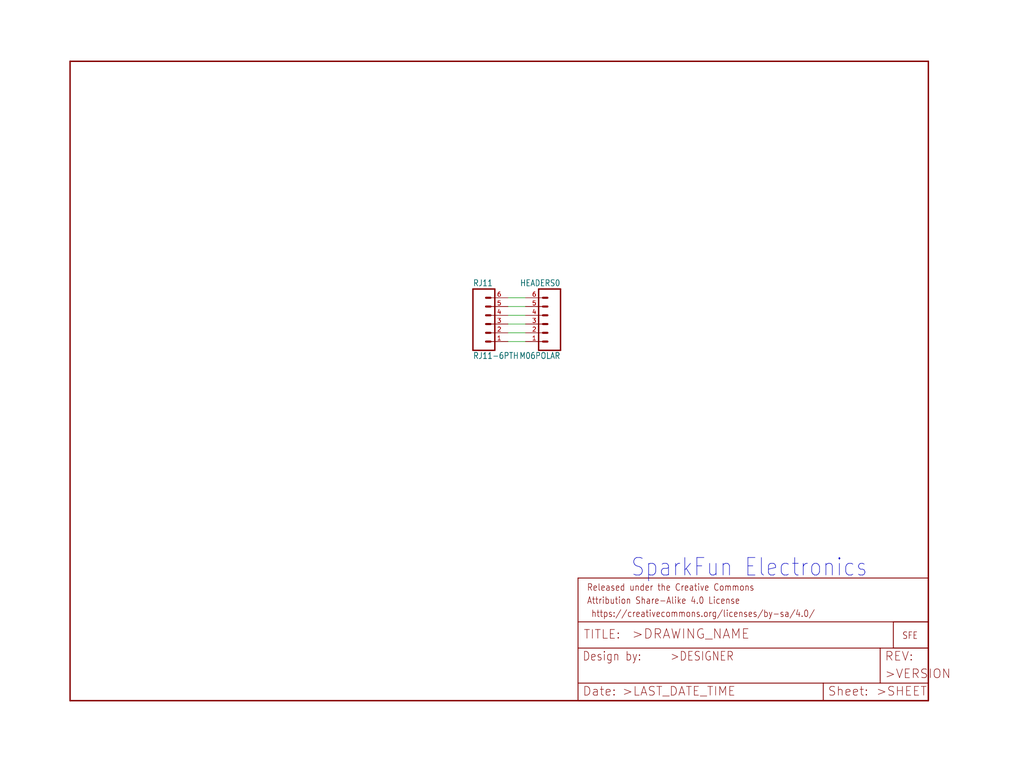
<source format=kicad_sch>
(kicad_sch (version 20211123) (generator eeschema)
  (paper "User" 297.002 223.926)
  (lib_symbols
    (symbol "eagleSchem-eagle-import:FRAME-LETTERNO_PACKAGE"
      (symbol "FRAME-LETTERNO_PACKAGE_1_0"
        (polyline (pts (xy 0 0) (xy 248.92 0)) (stroke (width 0.4064)))
        (polyline (pts (xy 0 185.42) (xy 0 0)) (stroke (width 0.4064)))
        (polyline (pts (xy 0 185.42) (xy 248.92 185.42)) (stroke (width 0.4064)))
        (polyline (pts (xy 248.92 185.42) (xy 248.92 0)) (stroke (width 0.4064)))
      )
      (symbol "FRAME-LETTERNO_PACKAGE_2_0"
        (polyline (pts (xy 0 0) (xy 0 5.08)) (stroke (width 0.254)))
        (polyline (pts (xy 0 0) (xy 71.12 0)) (stroke (width 0.254)))
        (polyline (pts (xy 0 5.08) (xy 0 15.24)) (stroke (width 0.254)))
        (polyline (pts (xy 0 5.08) (xy 71.12 5.08)) (stroke (width 0.254)))
        (polyline (pts (xy 0 15.24) (xy 0 22.86)) (stroke (width 0.254)))
        (polyline (pts (xy 0 22.86) (xy 0 35.56)) (stroke (width 0.254)))
        (polyline (pts (xy 0 22.86) (xy 101.6 22.86)) (stroke (width 0.254)))
        (polyline (pts (xy 71.12 0) (xy 101.6 0)) (stroke (width 0.254)))
        (polyline (pts (xy 71.12 5.08) (xy 71.12 0)) (stroke (width 0.254)))
        (polyline (pts (xy 71.12 5.08) (xy 87.63 5.08)) (stroke (width 0.254)))
        (polyline (pts (xy 87.63 5.08) (xy 101.6 5.08)) (stroke (width 0.254)))
        (polyline (pts (xy 87.63 15.24) (xy 0 15.24)) (stroke (width 0.254)))
        (polyline (pts (xy 87.63 15.24) (xy 87.63 5.08)) (stroke (width 0.254)))
        (polyline (pts (xy 101.6 5.08) (xy 101.6 0)) (stroke (width 0.254)))
        (polyline (pts (xy 101.6 15.24) (xy 87.63 15.24)) (stroke (width 0.254)))
        (polyline (pts (xy 101.6 15.24) (xy 101.6 5.08)) (stroke (width 0.254)))
        (polyline (pts (xy 101.6 22.86) (xy 101.6 15.24)) (stroke (width 0.254)))
        (polyline (pts (xy 101.6 35.56) (xy 0 35.56)) (stroke (width 0.254)))
        (polyline (pts (xy 101.6 35.56) (xy 101.6 22.86)) (stroke (width 0.254)))
        (text " https://creativecommons.org/licenses/by-sa/4.0/" (at 2.54 24.13 0) (effects (font (size 1.9304 1.6408)) (justify left bottom)))
        (text ">DESIGNER" (at 26.67 11.43 0) (effects (font (size 2.54 2.159)) (justify left bottom)))
        (text ">DRAWING_NAME" (at 15.494 17.78 0) (effects (font (size 2.7432 2.7432)) (justify left bottom)))
        (text ">LAST_DATE_TIME" (at 12.7 1.27 0) (effects (font (size 2.54 2.54)) (justify left bottom)))
        (text ">SHEET" (at 86.36 1.27 0) (effects (font (size 2.54 2.54)) (justify left bottom)))
        (text ">VERSION" (at 88.9 6.35 0) (effects (font (size 2.54 2.54)) (justify left bottom)))
        (text "Attribution Share-Alike 4.0 License" (at 2.54 27.94 0) (effects (font (size 1.9304 1.6408)) (justify left bottom)))
        (text "Date:" (at 1.27 1.27 0) (effects (font (size 2.54 2.54)) (justify left bottom)))
        (text "Design by:" (at 1.27 11.43 0) (effects (font (size 2.54 2.159)) (justify left bottom)))
        (text "Released under the Creative Commons" (at 2.54 31.75 0) (effects (font (size 1.9304 1.6408)) (justify left bottom)))
        (text "REV:" (at 88.9 11.43 0) (effects (font (size 2.54 2.54)) (justify left bottom)))
        (text "Sheet:" (at 72.39 1.27 0) (effects (font (size 2.54 2.54)) (justify left bottom)))
        (text "TITLE:" (at 1.524 17.78 0) (effects (font (size 2.54 2.54)) (justify left bottom)))
      )
    )
    (symbol "eagleSchem-eagle-import:LOGO-SFESK"
      (symbol "LOGO-SFESK_1_0"
        (polyline (pts (xy -2.54 -2.54) (xy 7.62 -2.54)) (stroke (width 0.254)))
        (polyline (pts (xy -2.54 5.08) (xy -2.54 -2.54)) (stroke (width 0.254)))
        (polyline (pts (xy 7.62 -2.54) (xy 7.62 5.08)) (stroke (width 0.254)))
        (polyline (pts (xy 7.62 5.08) (xy -2.54 5.08)) (stroke (width 0.254)))
        (text "SFE" (at 0 0 0) (effects (font (size 1.9304 1.6408)) (justify left bottom)))
      )
    )
    (symbol "eagleSchem-eagle-import:M06POLAR"
      (property "Reference" "JP" (at -5.08 10.922 0))
      (property "Value" "M06POLAR" (at -5.08 -10.16 0))
      (symbol "M06POLAR_1_0"
        (polyline (pts (xy -5.08 10.16) (xy -5.08 -7.62)) (stroke (width 0.4064)))
        (polyline (pts (xy -5.08 10.16) (xy 1.27 10.16)) (stroke (width 0.4064)))
        (polyline (pts (xy -1.27 -5.08) (xy 0 -5.08)) (stroke (width 0.6096)))
        (polyline (pts (xy -1.27 -2.54) (xy 0 -2.54)) (stroke (width 0.6096)))
        (polyline (pts (xy -1.27 0) (xy 0 0)) (stroke (width 0.6096)))
        (polyline (pts (xy -1.27 2.54) (xy 0 2.54)) (stroke (width 0.6096)))
        (polyline (pts (xy -1.27 5.08) (xy 0 5.08)) (stroke (width 0.6096)))
        (polyline (pts (xy -1.27 7.62) (xy 0 7.62)) (stroke (width 0.6096)))
        (polyline (pts (xy 1.27 -7.62) (xy -5.08 -7.62)) (stroke (width 0.4064)))
        (polyline (pts (xy 1.27 -7.62) (xy 1.27 10.16)) (stroke (width 0.4064)))
        (pin passive line (at 5.08 -5.08 180) (length 5.08) (name "1") (number "1"))
        (pin passive line (at 5.08 -2.54 180) (length 5.08) (name "2") (number "2"))
        (pin passive line (at 5.08 0 180) (length 5.08) (name "3") (number "3"))
        (pin passive line (at 5.08 2.54 180) (length 5.08) (name "4") (number "4"))
        (pin passive line (at 5.08 5.08 180) (length 5.08) (name "5") (number "5"))
        (pin passive line (at 5.08 7.62 180) (length 5.08) (name "6") (number "6"))
      )
    )
    (symbol "eagleSchem-eagle-import:RJ11-6PTH"
      (property "Reference" "J" (at -5.08 10.922 0))
      (property "Value" "RJ11-6PTH" (at -5.08 -10.16 0))
      (symbol "RJ11-6PTH_1_0"
        (polyline (pts (xy -5.08 10.16) (xy -5.08 -7.62)) (stroke (width 0.4064)))
        (polyline (pts (xy -5.08 10.16) (xy 1.27 10.16)) (stroke (width 0.4064)))
        (polyline (pts (xy -1.27 -5.08) (xy 0 -5.08)) (stroke (width 0.6096)))
        (polyline (pts (xy -1.27 -2.54) (xy 0 -2.54)) (stroke (width 0.6096)))
        (polyline (pts (xy -1.27 0) (xy 0 0)) (stroke (width 0.6096)))
        (polyline (pts (xy -1.27 2.54) (xy 0 2.54)) (stroke (width 0.6096)))
        (polyline (pts (xy -1.27 5.08) (xy 0 5.08)) (stroke (width 0.6096)))
        (polyline (pts (xy -1.27 7.62) (xy 0 7.62)) (stroke (width 0.6096)))
        (polyline (pts (xy 1.27 -7.62) (xy -5.08 -7.62)) (stroke (width 0.4064)))
        (polyline (pts (xy 1.27 -7.62) (xy 1.27 10.16)) (stroke (width 0.4064)))
        (pin passive line (at 5.08 -5.08 180) (length 5.08) (name "1") (number "1"))
        (pin passive line (at 5.08 -2.54 180) (length 5.08) (name "2") (number "2"))
        (pin passive line (at 5.08 0 180) (length 5.08) (name "3") (number "3"))
        (pin passive line (at 5.08 2.54 180) (length 5.08) (name "4") (number "4"))
        (pin passive line (at 5.08 5.08 180) (length 5.08) (name "5") (number "5"))
        (pin passive line (at 5.08 7.62 180) (length 5.08) (name "6") (number "6"))
      )
    )
  )
  (wire (pts (xy 152.4 93.98) (xy 147.32 93.98)))
  (wire (pts (xy 152.4 91.44) (xy 147.32 91.44)))
  (wire (pts (xy 152.4 99.06) (xy 147.32 99.06)))
  (wire (pts (xy 152.4 86.36) (xy 147.32 86.36)))
  (wire (pts (xy 152.4 96.52) (xy 147.32 96.52)))
  (wire (pts (xy 152.4 88.9) (xy 147.32 88.9)))
  (text "SparkFun Electronics" (at 182.88 167.64 180) (effects (font (size 5.08 4.318)) (justify left bottom)))
  (symbol (lib_id "eagleSchem-eagle-import:RJ11-6PTH") (at 142.24 93.98 0) (unit 1)
    (property "Reference" "RJ11" (at 137.16 83.058 0) (effects (font (size 1.778 1.5113)) (justify left bottom)))
    (property "Value" "RJ11-6PTH" (at 137.16 104.14 0) (effects (font (size 1.778 1.5113)) (justify left bottom)))
    (property "Footprint" "eagleSchem:RJ11-6" (effects hide))
  )
  (symbol (lib_id "eagleSchem-eagle-import:FRAME-LETTERNO_PACKAGE") (at 20.32 203.2 0) (unit 1)
    (property "Reference" "FRAME1" (effects hide))
    (property "Value" "FRAME-LETTERNO_PACKAGE" (effects hide))
    (property "Footprint" "eagleSchem:DUMMY" (effects hide))
    (property "Value" "FRAME-LETTERNO_PACKAGE" (effects hide))
    (property "Value" "FRAME-LETTERNO_PACKAGE" (effects hide))
  )
  (symbol (lib_id "eagleSchem-eagle-import:LOGO-SFESK") (at 261.62 185.42 0) (unit 1)
    (property "Reference" "JP1" (effects hide))
    (property "Value" "LOGO-SFESK" (effects hide))
    (property "Footprint" "eagleSchem:SFE-LOGO-FLAME" (effects hide))
  )
  (symbol (lib_id "eagleSchem-eagle-import:FRAME-LETTERNO_PACKAGE") (at 167.64 203.2 0) (unit 2)
    (property "Reference" "FRAME1" (effects hide))
    (property "Value" "FRAME-LETTERNO_PACKAGE" (effects hide))
    (property "Footprint" "eagleSchem:DUMMY" (effects hide))
    (property "Value" "FRAME-LETTERNO_PACKAGE" (effects hide))
    (property "Value" "FRAME-LETTERNO_PACKAGE" (effects hide))
  )
  (symbol (lib_id "eagleSchem-eagle-import:M06POLAR") (at 157.48 93.98 0) (mirror y) (unit 1)
    (property "Reference" "HEADERS0" (at 162.56 83.058 0) (effects (font (size 1.778 1.5113)) (justify left bottom)))
    (property "Value" "M06POLAR" (at 162.56 104.14 0) (effects (font (size 1.778 1.5113)) (justify left bottom)))
    (property "Footprint" "eagleSchem:MOLEX-1X6" (effects hide))
  )
)
</source>
